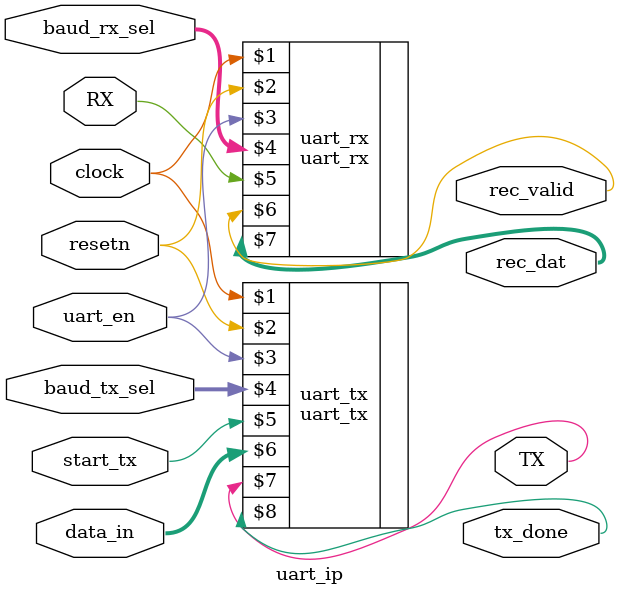
<source format=v>

`define IDLE  2'b00
`define START 2'b01
`define DATA  2'b10
`define STOP  2'b11



module uart_ip  (
	input wire 			clock,
	input wire 			resetn,
	// from reg
	input wire 			uart_en,
	input wire [2:0]	baud_rx_sel,
	input wire [2:0]	baud_tx_sel,
	input wire 			start_tx,
	//input wire 			mode,
	input wire [7:0]	data_in,
	//to reg 
	output wire 		rec_valid,
	output wire [7:0] 	rec_dat,
	output wire 		tx_done,
	// UART 
	output wire TX,
	input wire RX
);

// UART_TX
uart_tx uart_tx (
	clock,
	resetn,
	uart_en,
	baud_tx_sel,
	start_tx,
	data_in,
	TX,
	tx_done
);

//UART RX 
uart_rx uart_rx (
	clock,
	resetn,
	uart_en,
	baud_rx_sel,
	RX,
	rec_valid,
	rec_dat
);

endmodule
</source>
